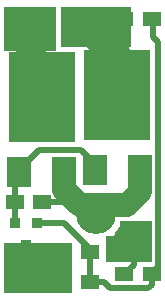
<source format=gtl>
%FSLAX42Y42*%
%MOMM*%
G71*
G01*
G75*
G04 Layer_Physical_Order=1*
G04 Layer_Color=255*
%ADD10R,2.00X2.50*%
%ADD11R,5.59X7.62*%
%ADD12R,2.00X2.54*%
%ADD13R,1.50X1.25*%
%ADD14R,0.90X0.90*%
%ADD15R,0.90X1.25*%
%ADD16C,0.50*%
%ADD17C,2.50*%
%ADD18C,2.00*%
%ADD19R,5.80X4.20*%
%ADD20R,3.90X2.20*%
%ADD21R,2.70X3.50*%
%ADD22R,4.40X3.80*%
%ADD23R,6.00X3.40*%
%ADD24C,3.00*%
%ADD25R,2.50X2.50*%
%ADD26C,3.40*%
%ADD27C,3.30*%
D10*
X10581Y8600D02*
D03*
X10200D02*
D03*
X9941Y8580D02*
D03*
D11*
X10390Y9235D02*
D03*
X9750Y9215D02*
D03*
D12*
X9560Y8580D02*
D03*
D13*
X9750Y8330D02*
D03*
X9520D02*
D03*
X10680Y9880D02*
D03*
X10450D02*
D03*
X9930Y7910D02*
D03*
X10160D02*
D03*
X10680Y7720D02*
D03*
X10450D02*
D03*
X9930Y7650D02*
D03*
X10160D02*
D03*
D14*
X9710Y8150D02*
D03*
X9520D02*
D03*
D15*
X9615Y7945D02*
D03*
D16*
X9510Y8300D02*
X9520Y8290D01*
Y8150D02*
Y8290D01*
X9570Y7650D02*
X9930D01*
X9615Y7645D02*
Y7945D01*
X9510Y8530D02*
X9560Y8580D01*
X9930Y7640D02*
Y7910D01*
X9740Y8330D02*
X9941D01*
X10710Y9880D02*
Y9900D01*
X10690Y9730D02*
Y9880D01*
X10160Y7650D02*
Y7880D01*
X10080Y8770D02*
X10220Y8630D01*
Y8580D02*
Y8600D01*
Y8630D01*
X9560Y8580D02*
Y8600D01*
X9730Y8770D01*
X10080D01*
X9520Y8330D02*
Y8560D01*
X10180Y7890D02*
Y7910D01*
X9940Y8150D02*
X10180Y7910D01*
X9710Y8150D02*
X9940D01*
X10690Y9730D02*
X10736Y9684D01*
X10321Y9750D02*
X10450Y9880D01*
X10160Y7650D02*
X10280D01*
X10328Y7603D01*
X10680Y7630D02*
Y7720D01*
X10653Y7603D02*
X10680Y7630D01*
X10328Y7603D02*
X10653D01*
X10450Y7720D02*
X10530Y7800D01*
Y8000D01*
X10680Y7720D02*
X10736Y7776D01*
Y9684D01*
D17*
X9660Y9306D02*
Y9810D01*
Y9306D02*
X9750Y9215D01*
X10140Y9810D02*
X10390Y9560D01*
Y9235D02*
Y9560D01*
D18*
X9941Y8429D02*
X10070Y8300D01*
X10581Y8411D02*
Y8600D01*
X10470Y8300D02*
X10581Y8411D01*
X10070Y8300D02*
X10470D01*
D19*
X9720Y7770D02*
D03*
D20*
X10485Y7930D02*
D03*
D21*
X10545Y7995D02*
D03*
D22*
X9650Y9790D02*
D03*
D23*
X10210Y9810D02*
D03*
D24*
X10510Y8000D02*
D03*
D25*
X9615Y7710D02*
D03*
D26*
X10210Y8230D02*
D03*
D27*
X10140Y9810D02*
D03*
X9660D02*
D03*
M02*

</source>
